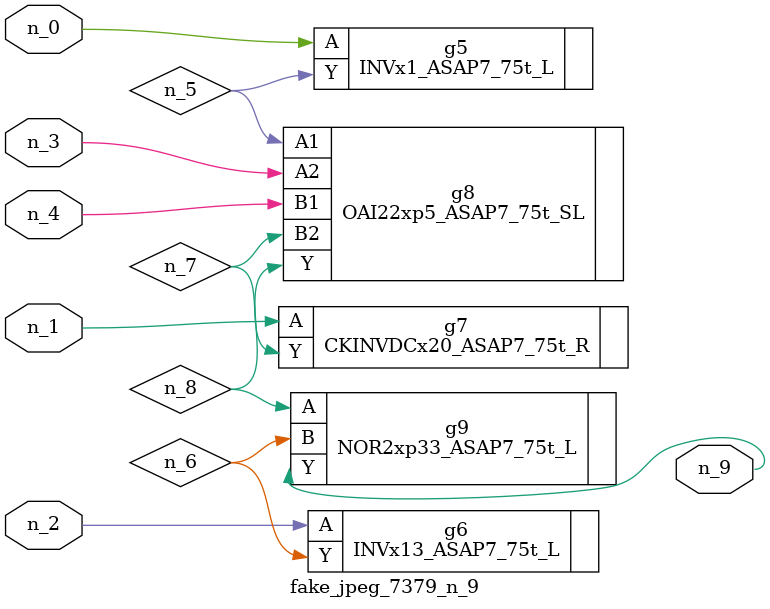
<source format=v>
module fake_jpeg_7379_n_9 (n_3, n_2, n_1, n_0, n_4, n_9);

input n_3;
input n_2;
input n_1;
input n_0;
input n_4;

output n_9;

wire n_8;
wire n_6;
wire n_5;
wire n_7;

INVx1_ASAP7_75t_L g5 ( 
.A(n_0),
.Y(n_5)
);

INVx13_ASAP7_75t_L g6 ( 
.A(n_2),
.Y(n_6)
);

CKINVDCx20_ASAP7_75t_R g7 ( 
.A(n_1),
.Y(n_7)
);

OAI22xp5_ASAP7_75t_SL g8 ( 
.A1(n_5),
.A2(n_3),
.B1(n_4),
.B2(n_7),
.Y(n_8)
);

NOR2xp33_ASAP7_75t_L g9 ( 
.A(n_8),
.B(n_6),
.Y(n_9)
);


endmodule
</source>
